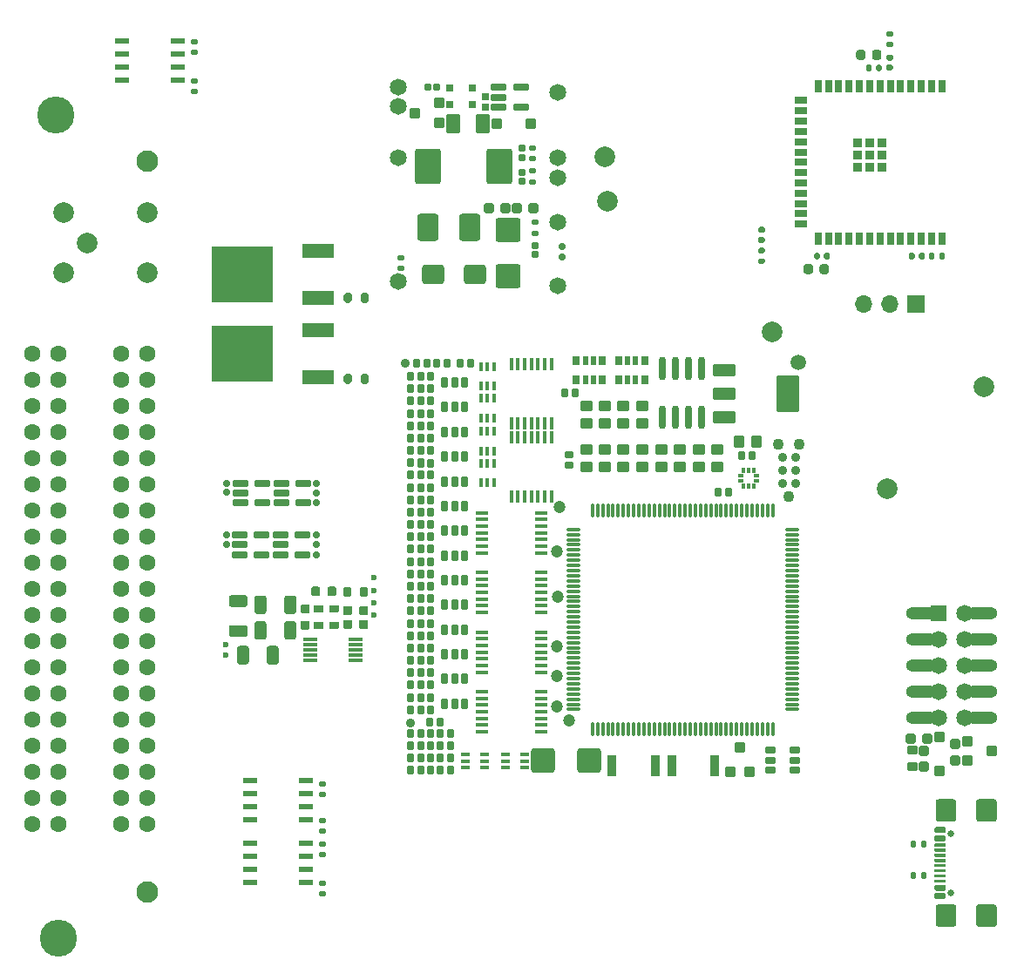
<source format=gts>
G75*
G70*
%OFA0B0*%
%FSLAX25Y25*%
%IPPOS*%
%LPD*%
%AMOC8*
5,1,8,0,0,1.08239X$1,22.5*
%
%AMM13*
21,1,0.041340,0.026770,0.000000,0.000000,0.000000*
21,1,0.029130,0.038980,0.000000,0.000000,0.000000*
1,1,0.012210,0.014570,-0.013390*
1,1,0.012210,-0.014570,-0.013390*
1,1,0.012210,-0.014570,0.013390*
1,1,0.012210,0.014570,0.013390*
%
%AMM156*
21,1,0.038980,0.026770,0.000000,-0.000000,90.000000*
21,1,0.026770,0.038980,0.000000,-0.000000,90.000000*
1,1,0.012210,0.013390,0.013390*
1,1,0.012210,0.013390,-0.013390*
1,1,0.012210,-0.013390,-0.013390*
1,1,0.012210,-0.013390,0.013390*
%
%AMM157*
21,1,0.041340,0.026770,0.000000,-0.000000,270.000000*
21,1,0.029130,0.038980,0.000000,-0.000000,270.000000*
1,1,0.012210,-0.013390,-0.014570*
1,1,0.012210,-0.013390,0.014570*
1,1,0.012210,0.013390,0.014570*
1,1,0.012210,0.013390,-0.014570*
%
%AMM158*
21,1,0.033070,0.030710,0.000000,-0.000000,270.000000*
21,1,0.022050,0.041730,0.000000,-0.000000,270.000000*
1,1,0.011020,-0.015350,-0.011020*
1,1,0.011020,-0.015350,0.011020*
1,1,0.011020,0.015350,0.011020*
1,1,0.011020,0.015350,-0.011020*
%
%AMM159*
21,1,0.040950,0.030320,0.000000,-0.000000,270.000000*
21,1,0.028350,0.042910,0.000000,-0.000000,270.000000*
1,1,0.012600,-0.015160,-0.014170*
1,1,0.012600,-0.015160,0.014170*
1,1,0.012600,0.015160,0.014170*
1,1,0.012600,0.015160,-0.014170*
%
%AMM160*
21,1,0.038980,0.026770,0.000000,-0.000000,180.000000*
21,1,0.026770,0.038980,0.000000,-0.000000,180.000000*
1,1,0.012210,-0.013390,0.013390*
1,1,0.012210,0.013390,0.013390*
1,1,0.012210,0.013390,-0.013390*
1,1,0.012210,-0.013390,-0.013390*
%
%AMM289*
21,1,0.039370,0.030320,0.000000,-0.000000,0.000000*
21,1,0.028350,0.041340,0.000000,-0.000000,0.000000*
1,1,0.011020,0.014170,-0.015160*
1,1,0.011020,-0.014170,-0.015160*
1,1,0.011020,-0.014170,0.015160*
1,1,0.011020,0.014170,0.015160*
%
%AMM290*
21,1,0.047240,0.075980,0.000000,-0.000000,270.000000*
21,1,0.034650,0.088580,0.000000,-0.000000,270.000000*
1,1,0.012600,-0.037990,-0.017320*
1,1,0.012600,-0.037990,0.017320*
1,1,0.012600,0.037990,0.017320*
1,1,0.012600,0.037990,-0.017320*
%
%AMM291*
21,1,0.047240,0.075990,0.000000,-0.000000,270.000000*
21,1,0.034650,0.088580,0.000000,-0.000000,270.000000*
1,1,0.012600,-0.037990,-0.017320*
1,1,0.012600,-0.037990,0.017320*
1,1,0.012600,0.037990,0.017320*
1,1,0.012600,0.037990,-0.017320*
%
%AMM292*
21,1,0.141730,0.067720,0.000000,-0.000000,270.000000*
21,1,0.120870,0.088580,0.000000,-0.000000,270.000000*
1,1,0.020870,-0.033860,-0.060430*
1,1,0.020870,-0.033860,0.060430*
1,1,0.020870,0.033860,0.060430*
1,1,0.020870,0.033860,-0.060430*
%
%AMM293*
21,1,0.043310,0.035430,0.000000,-0.000000,270.000000*
21,1,0.031500,0.047240,0.000000,-0.000000,270.000000*
1,1,0.011810,-0.017720,-0.015750*
1,1,0.011810,-0.017720,0.015750*
1,1,0.011810,0.017720,0.015750*
1,1,0.011810,0.017720,-0.015750*
%
%AMM294*
21,1,0.027560,0.030710,0.000000,-0.000000,90.000000*
21,1,0.018900,0.039370,0.000000,-0.000000,90.000000*
1,1,0.008660,0.015350,0.009450*
1,1,0.008660,0.015350,-0.009450*
1,1,0.008660,-0.015350,-0.009450*
1,1,0.008660,-0.015350,0.009450*
%
%AMM295*
21,1,0.031500,0.018900,0.000000,-0.000000,90.000000*
21,1,0.022840,0.027560,0.000000,-0.000000,90.000000*
1,1,0.008660,0.009450,0.011420*
1,1,0.008660,0.009450,-0.011420*
1,1,0.008660,-0.009450,-0.011420*
1,1,0.008660,-0.009450,0.011420*
%
%AMM296*
21,1,0.027560,0.030710,0.000000,-0.000000,180.000000*
21,1,0.018900,0.039370,0.000000,-0.000000,180.000000*
1,1,0.008660,-0.009450,0.015350*
1,1,0.008660,0.009450,0.015350*
1,1,0.008660,0.009450,-0.015350*
1,1,0.008660,-0.009450,-0.015350*
%
%AMM297*
21,1,0.090550,0.073230,0.000000,-0.000000,0.000000*
21,1,0.069290,0.094490,0.000000,-0.000000,0.000000*
1,1,0.021260,0.034650,-0.036610*
1,1,0.021260,-0.034650,-0.036610*
1,1,0.021260,-0.034650,0.036610*
1,1,0.021260,0.034650,0.036610*
%
%AMM298*
21,1,0.029530,0.026380,0.000000,-0.000000,0.000000*
21,1,0.020470,0.035430,0.000000,-0.000000,0.000000*
1,1,0.009060,0.010240,-0.013190*
1,1,0.009060,-0.010240,-0.013190*
1,1,0.009060,-0.010240,0.013190*
1,1,0.009060,0.010240,0.013190*
%
%AMM299*
21,1,0.021650,0.027950,0.000000,-0.000000,0.000000*
21,1,0.014170,0.035430,0.000000,-0.000000,0.000000*
1,1,0.007480,0.007090,-0.013980*
1,1,0.007480,-0.007090,-0.013980*
1,1,0.007480,-0.007090,0.013980*
1,1,0.007480,0.007090,0.013980*
%
%AMM300*
21,1,0.035430,0.072440,0.000000,-0.000000,0.000000*
21,1,0.025200,0.082680,0.000000,-0.000000,0.000000*
1,1,0.010240,0.012600,-0.036220*
1,1,0.010240,-0.012600,-0.036220*
1,1,0.010240,-0.012600,0.036220*
1,1,0.010240,0.012600,0.036220*
%
%AMM301*
21,1,0.016540,0.028980,0.000000,-0.000000,0.000000*
21,1,0.010080,0.035430,0.000000,-0.000000,0.000000*
1,1,0.006460,0.005040,-0.014490*
1,1,0.006460,-0.005040,-0.014490*
1,1,0.006460,-0.005040,0.014490*
1,1,0.006460,0.005040,0.014490*
%
%AMM302*
21,1,0.016540,0.028980,0.000000,-0.000000,90.000000*
21,1,0.010080,0.035430,0.000000,-0.000000,90.000000*
1,1,0.006460,0.014490,0.005040*
1,1,0.006460,0.014490,-0.005040*
1,1,0.006460,-0.014490,-0.005040*
1,1,0.006460,-0.014490,0.005040*
%
%AMM303*
21,1,0.043310,0.035430,0.000000,-0.000000,180.000000*
21,1,0.031500,0.047240,0.000000,-0.000000,180.000000*
1,1,0.011810,-0.015750,0.017720*
1,1,0.011810,0.015750,0.017720*
1,1,0.011810,0.015750,-0.017720*
1,1,0.011810,-0.015750,-0.017720*
%
%AMM304*
21,1,0.031500,0.018900,0.000000,-0.000000,0.000000*
21,1,0.022840,0.027560,0.000000,-0.000000,0.000000*
1,1,0.008660,0.011420,-0.009450*
1,1,0.008660,-0.011420,-0.009450*
1,1,0.008660,-0.011420,0.009450*
1,1,0.008660,0.011420,0.009450*
%
%AMM33*
21,1,0.092130,0.073230,0.000000,0.000000,270.000000*
21,1,0.069290,0.096060,0.000000,0.000000,270.000000*
1,1,0.022840,-0.036610,-0.034650*
1,1,0.022840,-0.036610,0.034650*
1,1,0.022840,0.036610,0.034650*
1,1,0.022840,0.036610,-0.034650*
%
%AMM34*
21,1,0.100000,0.111020,0.000000,0.000000,0.000000*
21,1,0.075590,0.135430,0.000000,0.000000,0.000000*
1,1,0.024410,0.037800,-0.055510*
1,1,0.024410,-0.037800,-0.055510*
1,1,0.024410,-0.037800,0.055510*
1,1,0.024410,0.037800,0.055510*
%
%AMM35*
21,1,0.080320,0.083460,0.000000,0.000000,0.000000*
21,1,0.059840,0.103940,0.000000,0.000000,0.000000*
1,1,0.020470,0.029920,-0.041730*
1,1,0.020470,-0.029920,-0.041730*
1,1,0.020470,-0.029920,0.041730*
1,1,0.020470,0.029920,0.041730*
%
%AMM36*
21,1,0.084250,0.053540,0.000000,0.000000,180.000000*
21,1,0.065350,0.072440,0.000000,0.000000,180.000000*
1,1,0.018900,-0.032680,0.026770*
1,1,0.018900,0.032680,0.026770*
1,1,0.018900,0.032680,-0.026770*
1,1,0.018900,-0.032680,-0.026770*
%
%AMM37*
21,1,0.040950,0.030320,0.000000,0.000000,90.000000*
21,1,0.028350,0.042910,0.000000,0.000000,90.000000*
1,1,0.012600,0.015160,0.014170*
1,1,0.012600,0.015160,-0.014170*
1,1,0.012600,-0.015160,-0.014170*
1,1,0.012600,-0.015160,0.014170*
%
%AMM38*
21,1,0.027170,0.052760,0.000000,0.000000,270.000000*
21,1,0.017320,0.062600,0.000000,0.000000,270.000000*
1,1,0.009840,-0.026380,-0.008660*
1,1,0.009840,-0.026380,0.008660*
1,1,0.009840,0.026380,0.008660*
1,1,0.009840,0.026380,-0.008660*
%
%AMM39*
21,1,0.076380,0.036220,0.000000,0.000000,90.000000*
21,1,0.061810,0.050790,0.000000,0.000000,90.000000*
1,1,0.014570,0.018110,0.030910*
1,1,0.014570,0.018110,-0.030910*
1,1,0.014570,-0.018110,-0.030910*
1,1,0.014570,-0.018110,0.030910*
%
%AMM40*
21,1,0.038980,0.026770,0.000000,0.000000,0.000000*
21,1,0.026770,0.038980,0.000000,0.000000,0.000000*
1,1,0.012210,0.013390,-0.013390*
1,1,0.012210,-0.013390,-0.013390*
1,1,0.012210,-0.013390,0.013390*
1,1,0.012210,0.013390,0.013390*
%
%AMM41*
21,1,0.021260,0.016540,0.000000,0.000000,270.000000*
21,1,0.012600,0.025200,0.000000,0.000000,270.000000*
1,1,0.008660,-0.008270,-0.006300*
1,1,0.008660,-0.008270,0.006300*
1,1,0.008660,0.008270,0.006300*
1,1,0.008660,0.008270,-0.006300*
%
%AMM42*
21,1,0.029130,0.018900,0.000000,0.000000,90.000000*
21,1,0.018900,0.029130,0.000000,0.000000,90.000000*
1,1,0.010240,0.009450,0.009450*
1,1,0.010240,0.009450,-0.009450*
1,1,0.010240,-0.009450,-0.009450*
1,1,0.010240,-0.009450,0.009450*
%
%AMM43*
21,1,0.025200,0.019680,0.000000,0.000000,0.000000*
21,1,0.015750,0.029130,0.000000,0.000000,0.000000*
1,1,0.009450,0.007870,-0.009840*
1,1,0.009450,-0.007870,-0.009840*
1,1,0.009450,-0.007870,0.009840*
1,1,0.009450,0.007870,0.009840*
%
%AMM44*
21,1,0.025200,0.019680,0.000000,0.000000,270.000000*
21,1,0.015750,0.029130,0.000000,0.000000,270.000000*
1,1,0.009450,-0.009840,-0.007870*
1,1,0.009450,-0.009840,0.007870*
1,1,0.009450,0.009840,0.007870*
1,1,0.009450,0.009840,-0.007870*
%
%ADD10C,0.02362*%
%ADD109M33*%
%ADD110M34*%
%ADD111M35*%
%ADD112M36*%
%ADD113M37*%
%ADD114M38*%
%ADD115M39*%
%ADD116M40*%
%ADD117M41*%
%ADD118M42*%
%ADD119M43*%
%ADD120M44*%
%ADD121C,0.02913*%
%ADD171O,0.01260X0.05512*%
%ADD172O,0.05512X0.01260*%
%ADD179C,0.03494*%
%ADD183C,0.03543*%
%ADD187O,0.01575X0.04724*%
%ADD188O,0.04724X0.01575*%
%ADD192R,0.01870X0.01772*%
%ADD193R,0.01772X0.01870*%
%ADD196C,0.04294*%
%ADD197C,0.04724*%
%ADD23R,0.12000X0.05500*%
%ADD233R,0.05512X0.01181*%
%ADD24R,0.23300X0.21700*%
%ADD248O,0.11772X0.04567*%
%ADD289M156*%
%ADD290M157*%
%ADD291M158*%
%ADD292M159*%
%ADD293M160*%
%ADD30C,0.05906*%
%ADD328O,0.02756X0.09055*%
%ADD40C,0.07874*%
%ADD41R,0.02800X0.05100*%
%ADD42R,0.05100X0.02800*%
%ADD43R,0.03500X0.03500*%
%ADD431M289*%
%ADD432M290*%
%ADD433M291*%
%ADD434M292*%
%ADD435M293*%
%ADD436M294*%
%ADD437M295*%
%ADD438M296*%
%ADD439M297*%
%ADD44R,0.06693X0.06693*%
%ADD440M298*%
%ADD441M299*%
%ADD442M300*%
%ADD443M301*%
%ADD444M302*%
%ADD445M303*%
%ADD446M304*%
%ADD45O,0.06693X0.06693*%
%ADD46R,0.05750X0.02100*%
%ADD49C,0.06299*%
%ADD54C,0.02559*%
%ADD55C,0.14173*%
%ADD56C,0.08268*%
%ADD80M13*%
%ADD84C,0.06457*%
%ADD85R,0.06457X0.06457*%
X0000000Y0000000D02*
%LPD*%
G01*
G36*
G01*
X0368071Y0074728D02*
X0368071Y0073272D01*
G75*
G02*
X0367539Y0072740I-000531J0000000D01*
G01*
X0366476Y0072740D01*
G75*
G02*
X0365945Y0073272I0000000J0000531D01*
G01*
X0365945Y0074728D01*
G75*
G02*
X0366476Y0075260I0000531J0000000D01*
G01*
X0367539Y0075260D01*
G75*
G02*
X0368071Y0074728I0000000J-000531D01*
G01*
G37*
G36*
G01*
X0364055Y0074728D02*
X0364055Y0073272D01*
G75*
G02*
X0363524Y0072740I-000531J0000000D01*
G01*
X0362461Y0072740D01*
G75*
G02*
X0361929Y0073272I0000000J0000531D01*
G01*
X0361929Y0074728D01*
G75*
G02*
X0362461Y0075260I0000531J0000000D01*
G01*
X0363524Y0075260D01*
G75*
G02*
X0364055Y0074728I0000000J-000531D01*
G01*
G37*
G36*
G01*
X0341228Y0387016D02*
X0341228Y0388984D01*
G75*
G02*
X0342114Y0389870I0000886J0000000D01*
G01*
X0343886Y0389870D01*
G75*
G02*
X0344772Y0388984I0000000J-000886D01*
G01*
X0344772Y0387016D01*
G75*
G02*
X0343886Y0386130I-000886J0000000D01*
G01*
X0342114Y0386130D01*
G75*
G02*
X0341228Y0387016I0000000J0000886D01*
G01*
G37*
G36*
G01*
X0347331Y0387016D02*
X0347331Y0388984D01*
G75*
G02*
X0348217Y0389870I0000886J0000000D01*
G01*
X0349988Y0389870D01*
G75*
G02*
X0350874Y0388984I0000000J-000886D01*
G01*
X0350874Y0387016D01*
G75*
G02*
X0349988Y0386130I-000886J0000000D01*
G01*
X0348217Y0386130D01*
G75*
G02*
X0347331Y0387016I0000000J0000886D01*
G01*
G37*
G36*
G01*
X0136272Y0072071D02*
X0137728Y0072071D01*
G75*
G02*
X0138260Y0071539I0000000J-000531D01*
G01*
X0138260Y0070476D01*
G75*
G02*
X0137728Y0069945I-000531J0000000D01*
G01*
X0136272Y0069945D01*
G75*
G02*
X0135740Y0070476I0000000J0000531D01*
G01*
X0135740Y0071539D01*
G75*
G02*
X0136272Y0072071I0000531J0000000D01*
G01*
G37*
G36*
G01*
X0136272Y0068055D02*
X0137728Y0068055D01*
G75*
G02*
X0138260Y0067524I0000000J-000531D01*
G01*
X0138260Y0066461D01*
G75*
G02*
X0137728Y0065929I-000531J0000000D01*
G01*
X0136272Y0065929D01*
G75*
G02*
X0135740Y0066461I0000000J0000531D01*
G01*
X0135740Y0067524D01*
G75*
G02*
X0136272Y0068055I0000531J0000000D01*
G01*
G37*
G36*
G01*
X0304272Y0314154D02*
X0305728Y0314154D01*
G75*
G02*
X0306260Y0313622I0000000J-000531D01*
G01*
X0306260Y0312559D01*
G75*
G02*
X0305728Y0312028I-000531J0000000D01*
G01*
X0304272Y0312028D01*
G75*
G02*
X0303740Y0312559I0000000J0000531D01*
G01*
X0303740Y0313622D01*
G75*
G02*
X0304272Y0314154I0000531J0000000D01*
G01*
G37*
G36*
G01*
X0304272Y0310138D02*
X0305728Y0310138D01*
G75*
G02*
X0306260Y0309606I0000000J-000531D01*
G01*
X0306260Y0308543D01*
G75*
G02*
X0305728Y0308012I-000531J0000000D01*
G01*
X0304272Y0308012D01*
G75*
G02*
X0303740Y0308543I0000000J0000531D01*
G01*
X0303740Y0309606D01*
G75*
G02*
X0304272Y0310138I0000531J0000000D01*
G01*
G37*
G36*
G01*
X0368063Y0086728D02*
X0368063Y0085272D01*
G75*
G02*
X0367531Y0084740I-000531J0000000D01*
G01*
X0366469Y0084740D01*
G75*
G02*
X0365937Y0085272I0000000J0000531D01*
G01*
X0365937Y0086728D01*
G75*
G02*
X0366469Y0087260I0000531J0000000D01*
G01*
X0367531Y0087260D01*
G75*
G02*
X0368063Y0086728I0000000J-000531D01*
G01*
G37*
G36*
G01*
X0364047Y0086728D02*
X0364047Y0085272D01*
G75*
G02*
X0363516Y0084740I-000531J0000000D01*
G01*
X0362453Y0084740D01*
G75*
G02*
X0361921Y0085272I0000000J0000531D01*
G01*
X0361921Y0086728D01*
G75*
G02*
X0362453Y0087260I0000531J0000000D01*
G01*
X0363516Y0087260D01*
G75*
G02*
X0364047Y0086728I0000000J-000531D01*
G01*
G37*
D23*
X0135410Y0294921D03*
D24*
X0106460Y0303937D03*
D23*
X0135410Y0312953D03*
G36*
G01*
X0361303Y0310321D02*
X0361303Y0311679D01*
G75*
G02*
X0361884Y0312260I0000581J0000000D01*
G01*
X0363045Y0312260D01*
G75*
G02*
X0363626Y0311679I0000000J-000581D01*
G01*
X0363626Y0310321D01*
G75*
G02*
X0363045Y0309740I-000581J0000000D01*
G01*
X0361884Y0309740D01*
G75*
G02*
X0361303Y0310321I0000000J0000581D01*
G01*
G37*
G36*
G01*
X0365122Y0310321D02*
X0365122Y0311679D01*
G75*
G02*
X0365703Y0312260I0000581J0000000D01*
G01*
X0366864Y0312260D01*
G75*
G02*
X0367445Y0311679I0000000J-000581D01*
G01*
X0367445Y0310321D01*
G75*
G02*
X0366864Y0309740I-000581J0000000D01*
G01*
X0365703Y0309740D01*
G75*
G02*
X0365122Y0310321I0000000J0000581D01*
G01*
G37*
D10*
X0156839Y0178366D03*
X0156839Y0173642D03*
X0156839Y0183091D03*
X0156839Y0187815D03*
X0100047Y0162382D03*
X0100047Y0158445D03*
G36*
G01*
X0325118Y0310331D02*
X0325118Y0311669D01*
G75*
G02*
X0325669Y0312220I0000551J0000000D01*
G01*
X0326772Y0312220D01*
G75*
G02*
X0327323Y0311669I0000000J-000551D01*
G01*
X0327323Y0310331D01*
G75*
G02*
X0326772Y0309780I-000551J0000000D01*
G01*
X0325669Y0309780D01*
G75*
G02*
X0325118Y0310331I0000000J0000551D01*
G01*
G37*
G36*
G01*
X0328898Y0310331D02*
X0328898Y0311669D01*
G75*
G02*
X0329449Y0312220I0000551J0000000D01*
G01*
X0330551Y0312220D01*
G75*
G02*
X0331102Y0311669I0000000J-000551D01*
G01*
X0331102Y0310331D01*
G75*
G02*
X0330551Y0309780I-000551J0000000D01*
G01*
X0329449Y0309780D01*
G75*
G02*
X0328898Y0310331I0000000J0000551D01*
G01*
G37*
G36*
G01*
X0154823Y0265083D02*
X0154823Y0262917D01*
G75*
G02*
X0154035Y0262130I-000787J0000000D01*
G01*
X0152461Y0262130D01*
G75*
G02*
X0151673Y0262917I0000000J0000787D01*
G01*
X0151673Y0265083D01*
G75*
G02*
X0152461Y0265870I0000787J0000000D01*
G01*
X0154035Y0265870D01*
G75*
G02*
X0154823Y0265083I0000000J-000787D01*
G01*
G37*
G36*
G01*
X0148327Y0265083D02*
X0148327Y0262917D01*
G75*
G02*
X0147539Y0262130I-000787J0000000D01*
G01*
X0145965Y0262130D01*
G75*
G02*
X0145177Y0262917I0000000J0000787D01*
G01*
X0145177Y0265083D01*
G75*
G02*
X0145965Y0265870I0000787J0000000D01*
G01*
X0147539Y0265870D01*
G75*
G02*
X0148327Y0265083I0000000J-000787D01*
G01*
G37*
G36*
G01*
X0304321Y0322161D02*
X0305679Y0322161D01*
G75*
G02*
X0306260Y0321581I0000000J-000581D01*
G01*
X0306260Y0320419D01*
G75*
G02*
X0305679Y0319839I-000581J0000000D01*
G01*
X0304321Y0319839D01*
G75*
G02*
X0303740Y0320419I0000000J0000581D01*
G01*
X0303740Y0321581D01*
G75*
G02*
X0304321Y0322161I0000581J0000000D01*
G01*
G37*
G36*
G01*
X0304321Y0318343D02*
X0305679Y0318343D01*
G75*
G02*
X0306260Y0317762I0000000J-000581D01*
G01*
X0306260Y0316600D01*
G75*
G02*
X0305679Y0316020I-000581J0000000D01*
G01*
X0304321Y0316020D01*
G75*
G02*
X0303740Y0316600I0000000J0000581D01*
G01*
X0303740Y0317762D01*
G75*
G02*
X0304321Y0318343I0000581J0000000D01*
G01*
G37*
G36*
G01*
X0354679Y0381929D02*
X0353321Y0381929D01*
G75*
G02*
X0352740Y0382510I0000000J0000581D01*
G01*
X0352740Y0383671D01*
G75*
G02*
X0353321Y0384252I0000581J0000000D01*
G01*
X0354679Y0384252D01*
G75*
G02*
X0355260Y0383671I0000000J-000581D01*
G01*
X0355260Y0382510D01*
G75*
G02*
X0354679Y0381929I-000581J0000000D01*
G01*
G37*
G36*
G01*
X0354679Y0385748D02*
X0353321Y0385748D01*
G75*
G02*
X0352740Y0386329I0000000J0000581D01*
G01*
X0352740Y0387490D01*
G75*
G02*
X0353321Y0388071I0000581J0000000D01*
G01*
X0354679Y0388071D01*
G75*
G02*
X0355260Y0387490I0000000J-000581D01*
G01*
X0355260Y0386329D01*
G75*
G02*
X0354679Y0385748I-000581J0000000D01*
G01*
G37*
D23*
X0135410Y0264606D03*
D24*
X0106460Y0273622D03*
D23*
X0135410Y0282638D03*
D30*
X0227004Y0373713D03*
X0227004Y0348516D03*
X0227004Y0341035D03*
X0227004Y0324106D03*
D10*
X0228776Y0314657D03*
X0228776Y0310720D03*
D30*
X0227004Y0299500D03*
X0165980Y0375484D03*
X0165980Y0368201D03*
X0165980Y0348713D03*
X0165980Y0301272D03*
G36*
G01*
X0154823Y0296083D02*
X0154823Y0293917D01*
G75*
G02*
X0154035Y0293130I-000787J0000000D01*
G01*
X0152461Y0293130D01*
G75*
G02*
X0151673Y0293917I0000000J0000787D01*
G01*
X0151673Y0296083D01*
G75*
G02*
X0152461Y0296870I0000787J0000000D01*
G01*
X0154035Y0296870D01*
G75*
G02*
X0154823Y0296083I0000000J-000787D01*
G01*
G37*
G36*
G01*
X0148327Y0296083D02*
X0148327Y0293917D01*
G75*
G02*
X0147539Y0293130I-000787J0000000D01*
G01*
X0145965Y0293130D01*
G75*
G02*
X0145177Y0293917I0000000J0000787D01*
G01*
X0145177Y0296083D01*
G75*
G02*
X0145965Y0296870I0000787J0000000D01*
G01*
X0147539Y0296870D01*
G75*
G02*
X0148327Y0296083I0000000J-000787D01*
G01*
G37*
D40*
X0353000Y0222000D03*
D41*
X0373937Y0376000D03*
X0370000Y0376000D03*
X0366063Y0376000D03*
X0362126Y0376000D03*
X0358189Y0376000D03*
X0354252Y0376000D03*
X0350315Y0376000D03*
X0346378Y0376000D03*
X0342441Y0376000D03*
X0338504Y0376000D03*
X0334567Y0376000D03*
X0330630Y0376000D03*
X0326693Y0376000D03*
D42*
X0320197Y0370488D03*
X0320197Y0366551D03*
X0320197Y0362614D03*
X0320197Y0358677D03*
X0320197Y0354740D03*
X0320197Y0350803D03*
X0320197Y0346866D03*
X0320197Y0342929D03*
X0320197Y0338992D03*
X0320197Y0335055D03*
X0320197Y0331118D03*
X0320197Y0327181D03*
X0320197Y0323244D03*
D41*
X0326693Y0317732D03*
X0330630Y0317732D03*
X0334567Y0317732D03*
X0338504Y0317732D03*
X0342441Y0317732D03*
X0346378Y0317732D03*
X0350315Y0317732D03*
X0354252Y0317732D03*
X0358189Y0317732D03*
X0362126Y0317732D03*
X0366063Y0317732D03*
X0370000Y0317732D03*
X0373937Y0317732D03*
D43*
X0351102Y0354268D03*
X0351102Y0349543D03*
X0351102Y0344819D03*
X0346378Y0354268D03*
X0346378Y0349543D03*
X0346378Y0344819D03*
X0341654Y0354268D03*
X0341654Y0349543D03*
X0341654Y0344819D03*
D40*
X0245000Y0349000D03*
D44*
X0363941Y0292480D03*
D45*
X0353941Y0292480D03*
X0343941Y0292480D03*
D46*
X0130804Y0095236D03*
X0130804Y0100236D03*
X0130804Y0105236D03*
X0130804Y0110236D03*
X0109354Y0110236D03*
X0109354Y0105236D03*
X0109354Y0100236D03*
X0109354Y0095236D03*
G36*
G01*
X0345008Y0382331D02*
X0345008Y0383669D01*
G75*
G02*
X0345559Y0384220I0000551J0000000D01*
G01*
X0346661Y0384220D01*
G75*
G02*
X0347213Y0383669I0000000J-000551D01*
G01*
X0347213Y0382331D01*
G75*
G02*
X0346661Y0381780I-000551J0000000D01*
G01*
X0345559Y0381780D01*
G75*
G02*
X0345008Y0382331I0000000J0000551D01*
G01*
G37*
G36*
G01*
X0348787Y0382331D02*
X0348787Y0383669D01*
G75*
G02*
X0349339Y0384220I0000551J0000000D01*
G01*
X0350441Y0384220D01*
G75*
G02*
X0350992Y0383669I0000000J-000551D01*
G01*
X0350992Y0382331D01*
G75*
G02*
X0350441Y0381780I-000551J0000000D01*
G01*
X0349339Y0381780D01*
G75*
G02*
X0348787Y0382331I0000000J0000551D01*
G01*
G37*
D40*
X0245947Y0331947D03*
G36*
G01*
X0087272Y0379071D02*
X0088728Y0379071D01*
G75*
G02*
X0089260Y0378539I0000000J-000531D01*
G01*
X0089260Y0377476D01*
G75*
G02*
X0088728Y0376945I-000531J0000000D01*
G01*
X0087272Y0376945D01*
G75*
G02*
X0086740Y0377476I0000000J0000531D01*
G01*
X0086740Y0378539D01*
G75*
G02*
X0087272Y0379071I0000531J0000000D01*
G01*
G37*
G36*
G01*
X0087272Y0375055D02*
X0088728Y0375055D01*
G75*
G02*
X0089260Y0374524I0000000J-000531D01*
G01*
X0089260Y0373461D01*
G75*
G02*
X0088728Y0372929I-000531J0000000D01*
G01*
X0087272Y0372929D01*
G75*
G02*
X0086740Y0373461I0000000J0000531D01*
G01*
X0086740Y0374524D01*
G75*
G02*
X0087272Y0375055I0000531J0000000D01*
G01*
G37*
D10*
X0134618Y0204232D03*
X0134618Y0200492D03*
X0134618Y0196752D03*
X0100366Y0200689D03*
X0100366Y0204232D03*
D54*
X0377539Y0067362D03*
X0377539Y0090118D03*
G36*
G01*
X0374980Y0064961D02*
X0371634Y0064961D01*
G75*
G02*
X0371043Y0065551I0000000J0000591D01*
G01*
X0371043Y0066732D01*
G75*
G02*
X0371634Y0067323I0000591J0000000D01*
G01*
X0374980Y0067323D01*
G75*
G02*
X0375571Y0066732I0000000J-000591D01*
G01*
X0375571Y0065551D01*
G75*
G02*
X0374980Y0064961I-000591J0000000D01*
G01*
G37*
G36*
G01*
X0374980Y0068110D02*
X0371634Y0068110D01*
G75*
G02*
X0371043Y0068701I0000000J0000591D01*
G01*
X0371043Y0069882D01*
G75*
G02*
X0371634Y0070472I0000591J0000000D01*
G01*
X0374980Y0070472D01*
G75*
G02*
X0375571Y0069882I0000000J-000591D01*
G01*
X0375571Y0068701D01*
G75*
G02*
X0374980Y0068110I-000591J0000000D01*
G01*
G37*
G36*
G01*
X0375276Y0073228D02*
X0371339Y0073228D01*
G75*
G02*
X0371043Y0073524I0000000J0000295D01*
G01*
X0371043Y0074114D01*
G75*
G02*
X0371339Y0074409I0000295J0000000D01*
G01*
X0375276Y0074409D01*
G75*
G02*
X0375571Y0074114I0000000J-000295D01*
G01*
X0375571Y0073524D01*
G75*
G02*
X0375276Y0073228I-000295J0000000D01*
G01*
G37*
G36*
G01*
X0375276Y0077165D02*
X0371339Y0077165D01*
G75*
G02*
X0371043Y0077461I0000000J0000295D01*
G01*
X0371043Y0078051D01*
G75*
G02*
X0371339Y0078346I0000295J0000000D01*
G01*
X0375276Y0078346D01*
G75*
G02*
X0375571Y0078051I0000000J-000295D01*
G01*
X0375571Y0077461D01*
G75*
G02*
X0375276Y0077165I-000295J0000000D01*
G01*
G37*
G36*
G01*
X0375276Y0079134D02*
X0371339Y0079134D01*
G75*
G02*
X0371043Y0079429I0000000J0000295D01*
G01*
X0371043Y0080020D01*
G75*
G02*
X0371339Y0080315I0000295J0000000D01*
G01*
X0375276Y0080315D01*
G75*
G02*
X0375571Y0080020I0000000J-000295D01*
G01*
X0375571Y0079429D01*
G75*
G02*
X0375276Y0079134I-000295J0000000D01*
G01*
G37*
G36*
G01*
X0375276Y0083071D02*
X0371339Y0083071D01*
G75*
G02*
X0371043Y0083366I0000000J0000295D01*
G01*
X0371043Y0083957D01*
G75*
G02*
X0371339Y0084252I0000295J0000000D01*
G01*
X0375276Y0084252D01*
G75*
G02*
X0375571Y0083957I0000000J-000295D01*
G01*
X0375571Y0083366D01*
G75*
G02*
X0375276Y0083071I-000295J0000000D01*
G01*
G37*
G36*
G01*
X0374980Y0087008D02*
X0371634Y0087008D01*
G75*
G02*
X0371043Y0087598I0000000J0000591D01*
G01*
X0371043Y0088780D01*
G75*
G02*
X0371634Y0089370I0000591J0000000D01*
G01*
X0374980Y0089370D01*
G75*
G02*
X0375571Y0088780I0000000J-000591D01*
G01*
X0375571Y0087598D01*
G75*
G02*
X0374980Y0087008I-000591J0000000D01*
G01*
G37*
G36*
G01*
X0374980Y0090157D02*
X0371634Y0090157D01*
G75*
G02*
X0371043Y0090748I0000000J0000591D01*
G01*
X0371043Y0091929D01*
G75*
G02*
X0371634Y0092520I0000591J0000000D01*
G01*
X0374980Y0092520D01*
G75*
G02*
X0375571Y0091929I0000000J-000591D01*
G01*
X0375571Y0090748D01*
G75*
G02*
X0374980Y0090157I-000591J0000000D01*
G01*
G37*
G36*
G01*
X0374980Y0090157D02*
X0371634Y0090157D01*
G75*
G02*
X0371043Y0090748I0000000J0000591D01*
G01*
X0371043Y0091929D01*
G75*
G02*
X0371634Y0092520I0000591J0000000D01*
G01*
X0374980Y0092520D01*
G75*
G02*
X0375571Y0091929I0000000J-000591D01*
G01*
X0375571Y0090748D01*
G75*
G02*
X0374980Y0090157I-000591J0000000D01*
G01*
G37*
G36*
G01*
X0374980Y0087008D02*
X0371634Y0087008D01*
G75*
G02*
X0371043Y0087598I0000000J0000591D01*
G01*
X0371043Y0088780D01*
G75*
G02*
X0371634Y0089370I0000591J0000000D01*
G01*
X0374980Y0089370D01*
G75*
G02*
X0375571Y0088780I0000000J-000591D01*
G01*
X0375571Y0087598D01*
G75*
G02*
X0374980Y0087008I-000591J0000000D01*
G01*
G37*
G36*
G01*
X0375276Y0085039D02*
X0371339Y0085039D01*
G75*
G02*
X0371043Y0085335I0000000J0000295D01*
G01*
X0371043Y0085925D01*
G75*
G02*
X0371339Y0086220I0000295J0000000D01*
G01*
X0375276Y0086220D01*
G75*
G02*
X0375571Y0085925I0000000J-000295D01*
G01*
X0375571Y0085335D01*
G75*
G02*
X0375276Y0085039I-000295J0000000D01*
G01*
G37*
G36*
G01*
X0375276Y0081102D02*
X0371339Y0081102D01*
G75*
G02*
X0371043Y0081398I0000000J0000295D01*
G01*
X0371043Y0081988D01*
G75*
G02*
X0371339Y0082283I0000295J0000000D01*
G01*
X0375276Y0082283D01*
G75*
G02*
X0375571Y0081988I0000000J-000295D01*
G01*
X0375571Y0081398D01*
G75*
G02*
X0375276Y0081102I-000295J0000000D01*
G01*
G37*
G36*
G01*
X0375276Y0075197D02*
X0371339Y0075197D01*
G75*
G02*
X0371043Y0075492I0000000J0000295D01*
G01*
X0371043Y0076083D01*
G75*
G02*
X0371339Y0076378I0000295J0000000D01*
G01*
X0375276Y0076378D01*
G75*
G02*
X0375571Y0076083I0000000J-000295D01*
G01*
X0375571Y0075492D01*
G75*
G02*
X0375276Y0075197I-000295J0000000D01*
G01*
G37*
G36*
G01*
X0375276Y0071260D02*
X0371339Y0071260D01*
G75*
G02*
X0371043Y0071555I0000000J0000295D01*
G01*
X0371043Y0072146D01*
G75*
G02*
X0371339Y0072441I0000295J0000000D01*
G01*
X0375276Y0072441D01*
G75*
G02*
X0375571Y0072146I0000000J-000295D01*
G01*
X0375571Y0071555D01*
G75*
G02*
X0375276Y0071260I-000295J0000000D01*
G01*
G37*
G36*
G01*
X0374980Y0068110D02*
X0371634Y0068110D01*
G75*
G02*
X0371043Y0068701I0000000J0000591D01*
G01*
X0371043Y0069882D01*
G75*
G02*
X0371634Y0070472I0000591J0000000D01*
G01*
X0374980Y0070472D01*
G75*
G02*
X0375571Y0069882I0000000J-000591D01*
G01*
X0375571Y0068701D01*
G75*
G02*
X0374980Y0068110I-000591J0000000D01*
G01*
G37*
G36*
G01*
X0374980Y0064961D02*
X0371634Y0064961D01*
G75*
G02*
X0371043Y0065551I0000000J0000591D01*
G01*
X0371043Y0066732D01*
G75*
G02*
X0371634Y0067323I0000591J0000000D01*
G01*
X0374980Y0067323D01*
G75*
G02*
X0375571Y0066732I0000000J-000591D01*
G01*
X0375571Y0065551D01*
G75*
G02*
X0374980Y0064961I-000591J0000000D01*
G01*
G37*
G36*
G01*
X0378524Y0054331D02*
X0372618Y0054331D01*
G75*
G02*
X0371634Y0055315I0000000J0000984D01*
G01*
X0371634Y0061929D01*
G75*
G02*
X0372618Y0062913I0000984J0000000D01*
G01*
X0378524Y0062913D01*
G75*
G02*
X0379508Y0061929I0000000J-000984D01*
G01*
X0379508Y0055315D01*
G75*
G02*
X0378524Y0054331I-000984J0000000D01*
G01*
G37*
G36*
G01*
X0393996Y0054331D02*
X0388091Y0054331D01*
G75*
G02*
X0387106Y0055315I0000000J0000984D01*
G01*
X0387106Y0061929D01*
G75*
G02*
X0388091Y0062913I0000984J0000000D01*
G01*
X0393996Y0062913D01*
G75*
G02*
X0394980Y0061929I0000000J-000984D01*
G01*
X0394980Y0055315D01*
G75*
G02*
X0393996Y0054331I-000984J0000000D01*
G01*
G37*
G36*
G01*
X0378524Y0094567D02*
X0372618Y0094567D01*
G75*
G02*
X0371634Y0095551I0000000J0000984D01*
G01*
X0371634Y0102165D01*
G75*
G02*
X0372618Y0103150I0000984J0000000D01*
G01*
X0378524Y0103150D01*
G75*
G02*
X0379508Y0102165I0000000J-000984D01*
G01*
X0379508Y0095551D01*
G75*
G02*
X0378524Y0094567I-000984J0000000D01*
G01*
G37*
G36*
G01*
X0393996Y0094567D02*
X0388091Y0094567D01*
G75*
G02*
X0387106Y0095551I0000000J0000984D01*
G01*
X0387106Y0102165D01*
G75*
G02*
X0388091Y0103150I0000984J0000000D01*
G01*
X0393996Y0103150D01*
G75*
G02*
X0394980Y0102165I0000000J-000984D01*
G01*
X0394980Y0095551D01*
G75*
G02*
X0393996Y0094567I-000984J0000000D01*
G01*
G37*
D46*
X0130804Y0071240D03*
X0130804Y0076240D03*
X0130804Y0081240D03*
X0130804Y0086240D03*
X0109354Y0086240D03*
X0109354Y0081240D03*
X0109354Y0076240D03*
X0109354Y0071240D03*
G36*
G01*
X0321126Y0305016D02*
X0321126Y0306984D01*
G75*
G02*
X0322012Y0307870I0000886J0000000D01*
G01*
X0323783Y0307870D01*
G75*
G02*
X0324669Y0306984I0000000J-000886D01*
G01*
X0324669Y0305016D01*
G75*
G02*
X0323783Y0304130I-000886J0000000D01*
G01*
X0322012Y0304130D01*
G75*
G02*
X0321126Y0305016I0000000J0000886D01*
G01*
G37*
G36*
G01*
X0327228Y0305016D02*
X0327228Y0306984D01*
G75*
G02*
X0328114Y0307870I0000886J0000000D01*
G01*
X0329886Y0307870D01*
G75*
G02*
X0330772Y0306984I0000000J-000886D01*
G01*
X0330772Y0305016D01*
G75*
G02*
X0329886Y0304130I-000886J0000000D01*
G01*
X0328114Y0304130D01*
G75*
G02*
X0327228Y0305016I0000000J0000886D01*
G01*
G37*
G36*
G01*
X0375079Y0311728D02*
X0375079Y0310272D01*
G75*
G02*
X0374547Y0309740I-000531J0000000D01*
G01*
X0373484Y0309740D01*
G75*
G02*
X0372953Y0310272I0000000J0000531D01*
G01*
X0372953Y0311728D01*
G75*
G02*
X0373484Y0312260I0000531J0000000D01*
G01*
X0374547Y0312260D01*
G75*
G02*
X0375079Y0311728I0000000J-000531D01*
G01*
G37*
G36*
G01*
X0371063Y0311728D02*
X0371063Y0310272D01*
G75*
G02*
X0370531Y0309740I-000531J0000000D01*
G01*
X0369469Y0309740D01*
G75*
G02*
X0368937Y0310272I0000000J0000531D01*
G01*
X0368937Y0311728D01*
G75*
G02*
X0369469Y0312260I0000531J0000000D01*
G01*
X0370531Y0312260D01*
G75*
G02*
X0371063Y0311728I0000000J-000531D01*
G01*
G37*
D10*
X0134815Y0224134D03*
X0134815Y0220394D03*
X0134815Y0216654D03*
X0100563Y0220591D03*
X0100563Y0224134D03*
D55*
X0035039Y0364961D03*
D56*
X0070079Y0347244D03*
X0070079Y0067717D03*
D55*
X0036220Y0050000D03*
D40*
X0038031Y0327559D03*
X0038031Y0304724D03*
X0047205Y0316142D03*
X0070039Y0327559D03*
X0070039Y0304724D03*
D49*
X0070039Y0093622D03*
X0070039Y0103622D03*
X0070039Y0113622D03*
X0070039Y0123622D03*
X0070039Y0133622D03*
X0070039Y0143622D03*
X0070039Y0153622D03*
X0070039Y0163622D03*
X0070039Y0173622D03*
X0070039Y0183622D03*
X0070039Y0193622D03*
X0070039Y0203622D03*
X0070039Y0213622D03*
X0070039Y0223622D03*
X0070039Y0233622D03*
X0070039Y0243622D03*
X0070039Y0253622D03*
X0070039Y0263622D03*
X0070039Y0273622D03*
X0060039Y0093622D03*
X0060039Y0103622D03*
X0060039Y0113622D03*
X0060039Y0123622D03*
X0060039Y0133622D03*
X0060039Y0143622D03*
X0060039Y0153622D03*
X0060039Y0163622D03*
X0060039Y0173622D03*
X0060039Y0183622D03*
X0060039Y0193622D03*
X0060039Y0203622D03*
X0060039Y0213622D03*
X0060039Y0223622D03*
X0060039Y0233622D03*
X0060039Y0243622D03*
X0060039Y0253622D03*
X0060039Y0263622D03*
X0060039Y0273622D03*
X0036220Y0093622D03*
X0036220Y0103622D03*
X0036220Y0113622D03*
X0036220Y0123622D03*
X0036220Y0133622D03*
X0036220Y0143622D03*
X0036220Y0153622D03*
X0036220Y0163622D03*
X0036220Y0173622D03*
X0036220Y0183622D03*
X0036220Y0193622D03*
X0036220Y0203622D03*
X0036220Y0213622D03*
X0036220Y0223622D03*
X0036220Y0233622D03*
X0036220Y0243622D03*
X0036220Y0253622D03*
X0036220Y0263622D03*
X0036220Y0273622D03*
X0026220Y0093622D03*
X0026220Y0103622D03*
X0026220Y0113622D03*
X0026220Y0123622D03*
X0026220Y0133622D03*
X0026220Y0143622D03*
X0026220Y0153622D03*
X0026220Y0163622D03*
X0026220Y0173622D03*
X0026220Y0183622D03*
X0026220Y0193622D03*
X0026220Y0203622D03*
X0026220Y0213622D03*
X0026220Y0223622D03*
X0026220Y0233622D03*
X0026220Y0243622D03*
X0026220Y0253622D03*
X0026220Y0263622D03*
X0026220Y0273622D03*
G36*
G01*
X0088728Y0387929D02*
X0087272Y0387929D01*
G75*
G02*
X0086740Y0388461I0000000J0000531D01*
G01*
X0086740Y0389524D01*
G75*
G02*
X0087272Y0390055I0000531J0000000D01*
G01*
X0088728Y0390055D01*
G75*
G02*
X0089260Y0389524I0000000J-000531D01*
G01*
X0089260Y0388461D01*
G75*
G02*
X0088728Y0387929I-000531J0000000D01*
G01*
G37*
G36*
G01*
X0088728Y0391945D02*
X0087272Y0391945D01*
G75*
G02*
X0086740Y0392476I0000000J0000531D01*
G01*
X0086740Y0393539D01*
G75*
G02*
X0087272Y0394071I0000531J0000000D01*
G01*
X0088728Y0394071D01*
G75*
G02*
X0089260Y0393539I0000000J-000531D01*
G01*
X0089260Y0392476D01*
G75*
G02*
X0088728Y0391945I-000531J0000000D01*
G01*
G37*
G36*
G01*
X0136272Y0096071D02*
X0137728Y0096071D01*
G75*
G02*
X0138260Y0095539I0000000J-000531D01*
G01*
X0138260Y0094476D01*
G75*
G02*
X0137728Y0093945I-000531J0000000D01*
G01*
X0136272Y0093945D01*
G75*
G02*
X0135740Y0094476I0000000J0000531D01*
G01*
X0135740Y0095539D01*
G75*
G02*
X0136272Y0096071I0000531J0000000D01*
G01*
G37*
G36*
G01*
X0136272Y0092055D02*
X0137728Y0092055D01*
G75*
G02*
X0138260Y0091524I0000000J-000531D01*
G01*
X0138260Y0090461D01*
G75*
G02*
X0137728Y0089929I-000531J0000000D01*
G01*
X0136272Y0089929D01*
G75*
G02*
X0135740Y0090461I0000000J0000531D01*
G01*
X0135740Y0091524D01*
G75*
G02*
X0136272Y0092055I0000531J0000000D01*
G01*
G37*
G36*
G01*
X0137728Y0080929D02*
X0136272Y0080929D01*
G75*
G02*
X0135740Y0081461I0000000J0000531D01*
G01*
X0135740Y0082524D01*
G75*
G02*
X0136272Y0083055I0000531J0000000D01*
G01*
X0137728Y0083055D01*
G75*
G02*
X0138260Y0082524I0000000J-000531D01*
G01*
X0138260Y0081461D01*
G75*
G02*
X0137728Y0080929I-000531J0000000D01*
G01*
G37*
G36*
G01*
X0137728Y0084945D02*
X0136272Y0084945D01*
G75*
G02*
X0135740Y0085476I0000000J0000531D01*
G01*
X0135740Y0086539D01*
G75*
G02*
X0136272Y0087071I0000531J0000000D01*
G01*
X0137728Y0087071D01*
G75*
G02*
X0138260Y0086539I0000000J-000531D01*
G01*
X0138260Y0085476D01*
G75*
G02*
X0137728Y0084945I-000531J0000000D01*
G01*
G37*
G36*
G01*
X0137728Y0103929D02*
X0136272Y0103929D01*
G75*
G02*
X0135740Y0104461I0000000J0000531D01*
G01*
X0135740Y0105524D01*
G75*
G02*
X0136272Y0106055I0000531J0000000D01*
G01*
X0137728Y0106055D01*
G75*
G02*
X0138260Y0105524I0000000J-000531D01*
G01*
X0138260Y0104461D01*
G75*
G02*
X0137728Y0103929I-000531J0000000D01*
G01*
G37*
G36*
G01*
X0137728Y0107945D02*
X0136272Y0107945D01*
G75*
G02*
X0135740Y0108476I0000000J0000531D01*
G01*
X0135740Y0109539D01*
G75*
G02*
X0136272Y0110071I0000531J0000000D01*
G01*
X0137728Y0110071D01*
G75*
G02*
X0138260Y0109539I0000000J-000531D01*
G01*
X0138260Y0108476D01*
G75*
G02*
X0137728Y0107945I-000531J0000000D01*
G01*
G37*
G36*
G01*
X0353272Y0397071D02*
X0354728Y0397071D01*
G75*
G02*
X0355260Y0396539I0000000J-000531D01*
G01*
X0355260Y0395476D01*
G75*
G02*
X0354728Y0394945I-000531J0000000D01*
G01*
X0353272Y0394945D01*
G75*
G02*
X0352740Y0395476I0000000J0000531D01*
G01*
X0352740Y0396539D01*
G75*
G02*
X0353272Y0397071I0000531J0000000D01*
G01*
G37*
G36*
G01*
X0353272Y0393055D02*
X0354728Y0393055D01*
G75*
G02*
X0355260Y0392524I0000000J-000531D01*
G01*
X0355260Y0391461D01*
G75*
G02*
X0354728Y0390929I-000531J0000000D01*
G01*
X0353272Y0390929D01*
G75*
G02*
X0352740Y0391461I0000000J0000531D01*
G01*
X0352740Y0392524D01*
G75*
G02*
X0353272Y0393055I0000531J0000000D01*
G01*
G37*
D40*
X0309000Y0282000D03*
D46*
X0081725Y0378327D03*
X0081725Y0383327D03*
X0081725Y0388327D03*
X0081725Y0393327D03*
X0060275Y0393327D03*
X0060275Y0388327D03*
X0060275Y0383327D03*
X0060275Y0378327D03*
D40*
X0390000Y0261000D03*
X0355512Y0181988D02*
G01*
G75*
D248*
X0366142Y0134331D02*
D03*
X0389567Y0134331D02*
D03*
X0366142Y0144331D02*
D03*
X0389567Y0144331D02*
D03*
X0366142Y0154331D02*
D03*
X0389567Y0154331D02*
D03*
X0366142Y0164331D02*
D03*
X0389567Y0164331D02*
D03*
X0366142Y0174331D02*
D03*
X0389567Y0174331D02*
D03*
D289*
X0379232Y0124272D02*
D03*
X0379232Y0118051D02*
D03*
X0367225Y0121713D02*
D03*
X0367225Y0115492D02*
D03*
D290*
X0373229Y0114075D02*
D03*
X0373229Y0127067D02*
D03*
D291*
X0362599Y0115551D02*
D03*
X0362599Y0121850D02*
D03*
D292*
X0393091Y0121555D02*
D03*
X0383839Y0125295D02*
D03*
D292*
X0383839Y0117815D02*
D03*
D293*
X0362048Y0126181D02*
D03*
X0368268Y0126181D02*
D03*
D84*
X0382855Y0134331D02*
D03*
X0372855Y0134331D02*
D03*
X0382855Y0144331D02*
D03*
X0372855Y0144331D02*
D03*
X0382855Y0154331D02*
D03*
X0372855Y0154331D02*
D03*
X0382855Y0164331D02*
D03*
X0372855Y0164331D02*
D03*
X0382855Y0174331D02*
D03*
D85*
X0372855Y0174331D02*
D03*
X0163028Y0296547D02*
G01*
G75*
D109*
X0208107Y0320914D02*
D03*
X0208107Y0303197D02*
D03*
D110*
X0204780Y0345366D02*
D03*
X0177418Y0345366D02*
D03*
D111*
X0193540Y0322138D02*
D03*
X0177398Y0322138D02*
D03*
D112*
X0195311Y0304027D02*
D03*
X0179563Y0304027D02*
D03*
D113*
X0172372Y0365805D02*
D03*
X0181624Y0362065D02*
D03*
D113*
X0181624Y0369545D02*
D03*
D114*
X0204459Y0375484D02*
D03*
D114*
X0204459Y0371744D02*
D03*
X0204459Y0368004D02*
D03*
X0212923Y0368004D02*
D03*
X0212923Y0375484D02*
D03*
D80*
X0216775Y0361483D02*
D03*
X0203783Y0361483D02*
D03*
D115*
X0198489Y0361771D02*
D03*
X0187071Y0361771D02*
D03*
D116*
X0217674Y0329224D02*
D03*
X0211453Y0329224D02*
D03*
X0207083Y0329224D02*
D03*
X0200863Y0329224D02*
D03*
D117*
X0166997Y0306335D02*
D03*
X0166997Y0310469D02*
D03*
X0217552Y0348209D02*
D03*
X0217552Y0352343D02*
D03*
X0217552Y0343496D02*
D03*
X0217552Y0339362D02*
D03*
X0218444Y0323847D02*
D03*
X0218444Y0319713D02*
D03*
D118*
X0199341Y0368054D02*
D03*
X0199341Y0371991D02*
D03*
X0185666Y0368956D02*
D03*
X0194327Y0368956D02*
D03*
X0185666Y0375353D02*
D03*
X0194327Y0375353D02*
D03*
D119*
X0177293Y0375484D02*
D03*
X0180837Y0375484D02*
D03*
D120*
X0213294Y0352146D02*
D03*
X0213294Y0348602D02*
D03*
X0213294Y0343102D02*
D03*
X0213294Y0339559D02*
D03*
X0218444Y0311546D02*
D03*
X0218444Y0315090D02*
D03*
D121*
X0228776Y0314657D02*
D03*
X0228776Y0310720D02*
D03*
D84*
X0165981Y0368200D02*
D03*
X0165981Y0301271D02*
D03*
X0165981Y0348712D02*
D03*
X0227004Y0348515D02*
D03*
X0227004Y0373712D02*
D03*
X0227004Y0324106D02*
D03*
X0227004Y0341035D02*
D03*
X0227004Y0299500D02*
D03*
X0165981Y0375484D02*
D03*
X0165555Y0274803D02*
G01*
G75*
D172*
X0316638Y0206398D02*
D03*
X0316638Y0204429D02*
D03*
X0316638Y0202461D02*
D03*
X0316638Y0200492D02*
D03*
X0316638Y0198524D02*
D03*
X0316638Y0196555D02*
D03*
X0316638Y0194587D02*
D03*
X0316638Y0192618D02*
D03*
X0316638Y0190650D02*
D03*
X0316638Y0188681D02*
D03*
X0316638Y0186713D02*
D03*
X0316638Y0184744D02*
D03*
X0316638Y0182775D02*
D03*
X0316638Y0180807D02*
D03*
X0316638Y0178838D02*
D03*
X0316638Y0176870D02*
D03*
X0316638Y0174901D02*
D03*
X0316638Y0172933D02*
D03*
X0316638Y0170964D02*
D03*
X0316638Y0168996D02*
D03*
X0316638Y0167027D02*
D03*
X0316638Y0165059D02*
D03*
X0316638Y0163090D02*
D03*
X0316638Y0161122D02*
D03*
X0316638Y0159153D02*
D03*
X0316638Y0157185D02*
D03*
X0316638Y0155216D02*
D03*
X0316638Y0153248D02*
D03*
X0316638Y0151279D02*
D03*
X0316638Y0149311D02*
D03*
X0316638Y0147342D02*
D03*
X0316638Y0145374D02*
D03*
X0316638Y0143405D02*
D03*
X0316638Y0141437D02*
D03*
X0316638Y0139468D02*
D03*
X0316638Y0137500D02*
D03*
X0232976Y0137500D02*
D03*
X0232976Y0139468D02*
D03*
X0232976Y0141437D02*
D03*
X0232976Y0143405D02*
D03*
X0232976Y0145374D02*
D03*
X0232976Y0147342D02*
D03*
X0232976Y0149311D02*
D03*
X0232976Y0151279D02*
D03*
X0232976Y0153248D02*
D03*
X0232976Y0155216D02*
D03*
X0232976Y0157185D02*
D03*
X0232976Y0159153D02*
D03*
X0232976Y0161122D02*
D03*
X0232976Y0163090D02*
D03*
X0232976Y0165059D02*
D03*
X0232976Y0167027D02*
D03*
X0232976Y0168996D02*
D03*
X0232976Y0170964D02*
D03*
X0232976Y0172933D02*
D03*
X0232976Y0174901D02*
D03*
X0232976Y0176870D02*
D03*
X0232976Y0178838D02*
D03*
X0232976Y0180807D02*
D03*
X0232976Y0182775D02*
D03*
X0232976Y0184744D02*
D03*
X0232976Y0186713D02*
D03*
X0232976Y0188681D02*
D03*
X0232976Y0190650D02*
D03*
X0232976Y0192618D02*
D03*
X0232976Y0194587D02*
D03*
X0232976Y0196555D02*
D03*
X0232976Y0198524D02*
D03*
X0232976Y0200492D02*
D03*
X0232976Y0202461D02*
D03*
X0232976Y0204429D02*
D03*
X0232976Y0206398D02*
D03*
D171*
X0309256Y0130118D02*
D03*
X0307287Y0130118D02*
D03*
X0305319Y0130118D02*
D03*
X0303350Y0130118D02*
D03*
X0301382Y0130118D02*
D03*
X0299413Y0130118D02*
D03*
X0297445Y0130118D02*
D03*
X0295476Y0130118D02*
D03*
X0293508Y0130118D02*
D03*
X0291539Y0130118D02*
D03*
X0289571Y0130118D02*
D03*
X0287602Y0130118D02*
D03*
X0285634Y0130118D02*
D03*
X0283665Y0130118D02*
D03*
X0281697Y0130118D02*
D03*
X0279728Y0130118D02*
D03*
X0277760Y0130118D02*
D03*
X0275791Y0130118D02*
D03*
X0273823Y0130118D02*
D03*
X0271854Y0130118D02*
D03*
X0269886Y0130118D02*
D03*
X0267917Y0130118D02*
D03*
X0265949Y0130118D02*
D03*
X0263980Y0130118D02*
D03*
X0262012Y0130118D02*
D03*
X0260043Y0130118D02*
D03*
X0258075Y0130118D02*
D03*
X0256106Y0130118D02*
D03*
X0254138Y0130118D02*
D03*
X0252169Y0130118D02*
D03*
X0250201Y0130118D02*
D03*
X0248232Y0130118D02*
D03*
X0246264Y0130118D02*
D03*
X0244295Y0130118D02*
D03*
X0242327Y0130118D02*
D03*
X0240358Y0130118D02*
D03*
X0240358Y0213779D02*
D03*
X0242327Y0213779D02*
D03*
X0244295Y0213779D02*
D03*
X0246264Y0213779D02*
D03*
X0248232Y0213779D02*
D03*
X0250201Y0213779D02*
D03*
X0252169Y0213779D02*
D03*
X0254138Y0213779D02*
D03*
X0256106Y0213779D02*
D03*
X0258075Y0213779D02*
D03*
X0260043Y0213779D02*
D03*
X0262012Y0213779D02*
D03*
X0263980Y0213779D02*
D03*
X0265949Y0213779D02*
D03*
X0267917Y0213779D02*
D03*
X0269886Y0213779D02*
D03*
X0271854Y0213779D02*
D03*
X0273823Y0213779D02*
D03*
X0275791Y0213779D02*
D03*
X0277760Y0213779D02*
D03*
X0279728Y0213779D02*
D03*
X0281697Y0213779D02*
D03*
X0283665Y0213779D02*
D03*
X0285634Y0213779D02*
D03*
X0287602Y0213779D02*
D03*
X0289571Y0213779D02*
D03*
X0291539Y0213779D02*
D03*
X0293508Y0213779D02*
D03*
X0295476Y0213779D02*
D03*
X0297445Y0213779D02*
D03*
X0299413Y0213779D02*
D03*
X0301382Y0213779D02*
D03*
X0303350Y0213779D02*
D03*
X0305319Y0213779D02*
D03*
X0307287Y0213779D02*
D03*
X0309256Y0213779D02*
D03*
D431*
X0293067Y0113773D02*
D03*
X0296807Y0123025D02*
D03*
D431*
X0300547Y0113773D02*
D03*
D432*
X0290752Y0267323D02*
D03*
X0290752Y0249212D02*
D03*
D433*
X0290752Y0258268D02*
D03*
D434*
X0315161Y0258268D02*
D03*
D435*
X0266736Y0237008D02*
D03*
X0266736Y0230315D02*
D03*
X0273823Y0230315D02*
D03*
X0273823Y0237008D02*
D03*
X0280909Y0237008D02*
D03*
X0280909Y0230315D02*
D03*
X0287996Y0230315D02*
D03*
X0287996Y0237008D02*
D03*
X0259256Y0246850D02*
D03*
X0259256Y0253543D02*
D03*
X0259256Y0230315D02*
D03*
X0259256Y0237008D02*
D03*
X0252169Y0246850D02*
D03*
X0252169Y0253543D02*
D03*
X0252169Y0230315D02*
D03*
X0252169Y0237008D02*
D03*
X0245083Y0246850D02*
D03*
X0245083Y0253543D02*
D03*
X0245083Y0230315D02*
D03*
X0245083Y0237008D02*
D03*
X0237996Y0253543D02*
D03*
X0237996Y0246850D02*
D03*
X0237996Y0230315D02*
D03*
X0237996Y0237008D02*
D03*
D436*
X0317694Y0114372D02*
D03*
X0317694Y0118112D02*
D03*
X0317694Y0121853D02*
D03*
X0308245Y0121853D02*
D03*
X0308245Y0118112D02*
D03*
X0308245Y0114372D02*
D03*
D179*
X0317996Y0224055D02*
D03*
X0312996Y0224055D02*
D03*
X0317996Y0229055D02*
D03*
X0312996Y0229055D02*
D03*
X0317996Y0234055D02*
D03*
X0312996Y0234055D02*
D03*
D437*
X0173035Y0270079D02*
D03*
X0176972Y0270079D02*
D03*
X0186027Y0123622D02*
D03*
X0182090Y0123622D02*
D03*
X0174610Y0227165D02*
D03*
X0170673Y0227165D02*
D03*
X0174610Y0212992D02*
D03*
X0170673Y0212992D02*
D03*
X0178547Y0194094D02*
D03*
X0174610Y0194094D02*
D03*
X0170673Y0194094D02*
D03*
X0174610Y0194094D02*
D03*
X0174610Y0184645D02*
D03*
X0178547Y0184645D02*
D03*
X0174610Y0184645D02*
D03*
X0170673Y0184645D02*
D03*
X0178547Y0161023D02*
D03*
X0174610Y0161023D02*
D03*
X0174610Y0137401D02*
D03*
X0178547Y0137401D02*
D03*
X0174610Y0137401D02*
D03*
X0170673Y0137401D02*
D03*
X0288390Y0220767D02*
D03*
X0292327Y0220767D02*
D03*
X0178153Y0132677D02*
D03*
X0182090Y0132677D02*
D03*
X0193705Y0270079D02*
D03*
X0189768Y0270079D02*
D03*
X0229728Y0258661D02*
D03*
X0233665Y0258661D02*
D03*
X0182090Y0114173D02*
D03*
X0186027Y0114173D02*
D03*
X0182090Y0118898D02*
D03*
X0186027Y0118898D02*
D03*
X0182090Y0128346D02*
D03*
X0186027Y0128346D02*
D03*
X0174610Y0264960D02*
D03*
X0178547Y0264960D02*
D03*
X0174610Y0260236D02*
D03*
X0178547Y0260236D02*
D03*
X0174610Y0255512D02*
D03*
X0178547Y0255512D02*
D03*
X0174610Y0250787D02*
D03*
X0178547Y0250787D02*
D03*
X0174610Y0264960D02*
D03*
X0170673Y0264960D02*
D03*
X0174610Y0260236D02*
D03*
X0170673Y0260236D02*
D03*
X0174610Y0255512D02*
D03*
X0170673Y0255512D02*
D03*
X0174610Y0250787D02*
D03*
X0170673Y0250787D02*
D03*
X0174610Y0246063D02*
D03*
X0178547Y0246063D02*
D03*
X0174610Y0241338D02*
D03*
X0178547Y0241338D02*
D03*
X0174610Y0236614D02*
D03*
X0178547Y0236614D02*
D03*
X0174610Y0231772D02*
D03*
X0178547Y0231772D02*
D03*
X0174610Y0246063D02*
D03*
X0170673Y0246063D02*
D03*
X0174610Y0241338D02*
D03*
X0170673Y0241338D02*
D03*
X0174610Y0236614D02*
D03*
X0170673Y0236614D02*
D03*
X0174610Y0231890D02*
D03*
X0170673Y0231890D02*
D03*
X0174610Y0227165D02*
D03*
X0178547Y0227165D02*
D03*
X0174610Y0222441D02*
D03*
X0178547Y0222441D02*
D03*
X0174610Y0217716D02*
D03*
X0178547Y0217716D02*
D03*
X0174610Y0212992D02*
D03*
X0178547Y0212992D02*
D03*
X0174610Y0222441D02*
D03*
X0170673Y0222441D02*
D03*
X0174610Y0217716D02*
D03*
X0170673Y0217716D02*
D03*
X0178547Y0208267D02*
D03*
X0174610Y0208267D02*
D03*
X0178547Y0203543D02*
D03*
X0174610Y0203543D02*
D03*
X0178547Y0198819D02*
D03*
X0174610Y0198819D02*
D03*
X0170673Y0208267D02*
D03*
X0174610Y0208267D02*
D03*
X0170673Y0203543D02*
D03*
X0174610Y0203543D02*
D03*
X0170673Y0198819D02*
D03*
X0174610Y0198819D02*
D03*
X0174610Y0189370D02*
D03*
X0178547Y0189370D02*
D03*
X0174610Y0179921D02*
D03*
X0178547Y0179921D02*
D03*
X0174610Y0175197D02*
D03*
X0178547Y0175197D02*
D03*
X0174610Y0189370D02*
D03*
X0170673Y0189370D02*
D03*
X0174610Y0179921D02*
D03*
X0170673Y0179921D02*
D03*
X0174610Y0175197D02*
D03*
X0170673Y0175197D02*
D03*
X0178547Y0170472D02*
D03*
X0174610Y0170472D02*
D03*
X0178547Y0165748D02*
D03*
X0174610Y0165748D02*
D03*
X0178547Y0156299D02*
D03*
X0174610Y0156299D02*
D03*
X0170673Y0170472D02*
D03*
X0174610Y0170472D02*
D03*
X0170673Y0165748D02*
D03*
X0174610Y0165748D02*
D03*
X0170673Y0161023D02*
D03*
X0174610Y0161023D02*
D03*
X0170673Y0156299D02*
D03*
X0174610Y0156299D02*
D03*
X0174610Y0151575D02*
D03*
X0178547Y0151575D02*
D03*
X0174610Y0146850D02*
D03*
X0178547Y0146850D02*
D03*
X0174610Y0142126D02*
D03*
X0178547Y0142126D02*
D03*
X0174610Y0151575D02*
D03*
X0170673Y0151575D02*
D03*
X0174610Y0146850D02*
D03*
X0170673Y0146850D02*
D03*
X0174610Y0142126D02*
D03*
X0170673Y0142126D02*
D03*
X0178547Y0128346D02*
D03*
X0174610Y0128346D02*
D03*
X0178547Y0123622D02*
D03*
X0174610Y0123622D02*
D03*
X0178547Y0118898D02*
D03*
X0174610Y0118898D02*
D03*
X0178547Y0114173D02*
D03*
X0174610Y0114173D02*
D03*
X0170673Y0128346D02*
D03*
X0174610Y0128346D02*
D03*
X0170673Y0123622D02*
D03*
X0174610Y0123622D02*
D03*
X0170673Y0118898D02*
D03*
X0174610Y0118898D02*
D03*
X0170673Y0114173D02*
D03*
X0174610Y0114173D02*
D03*
X0184649Y0270079D02*
D03*
X0180712Y0270079D02*
D03*
X0297445Y0234646D02*
D03*
X0301382Y0234646D02*
D03*
D438*
X0191342Y0215354D02*
D03*
X0187602Y0215354D02*
D03*
X0183862Y0215354D02*
D03*
X0183862Y0224803D02*
D03*
X0187602Y0224803D02*
D03*
X0191342Y0224803D02*
D03*
X0191342Y0253149D02*
D03*
X0187602Y0253149D02*
D03*
X0183862Y0253149D02*
D03*
X0183862Y0262598D02*
D03*
X0187602Y0262598D02*
D03*
X0191342Y0262598D02*
D03*
X0191342Y0234252D02*
D03*
X0187602Y0234252D02*
D03*
X0183862Y0234252D02*
D03*
X0183862Y0243701D02*
D03*
X0187602Y0243701D02*
D03*
X0191342Y0243701D02*
D03*
X0191342Y0196456D02*
D03*
X0187602Y0196456D02*
D03*
X0183862Y0196456D02*
D03*
X0183862Y0205905D02*
D03*
X0187602Y0205905D02*
D03*
X0191342Y0205905D02*
D03*
X0191342Y0177559D02*
D03*
X0187602Y0177559D02*
D03*
X0183862Y0177559D02*
D03*
X0183862Y0187008D02*
D03*
X0187602Y0187008D02*
D03*
X0191342Y0187008D02*
D03*
X0191342Y0158661D02*
D03*
X0187602Y0158661D02*
D03*
X0183862Y0158661D02*
D03*
X0183862Y0168110D02*
D03*
X0187602Y0168110D02*
D03*
X0191342Y0168110D02*
D03*
X0191342Y0139764D02*
D03*
X0187602Y0139764D02*
D03*
X0183862Y0139764D02*
D03*
X0183862Y0149212D02*
D03*
X0187602Y0149212D02*
D03*
X0191342Y0149212D02*
D03*
D439*
X0221460Y0118110D02*
D03*
X0239177Y0118110D02*
D03*
D183*
X0170673Y0132401D02*
D03*
X0168705Y0270079D02*
D03*
D440*
X0244197Y0263779D02*
D03*
X0244197Y0270866D02*
D03*
X0234157Y0270866D02*
D03*
X0234157Y0263779D02*
D03*
X0250299Y0263779D02*
D03*
X0250299Y0270866D02*
D03*
X0260339Y0270866D02*
D03*
X0260339Y0263779D02*
D03*
D441*
X0237602Y0270866D02*
D03*
X0240752Y0270866D02*
D03*
X0240752Y0263779D02*
D03*
X0237602Y0263779D02*
D03*
X0253744Y0263779D02*
D03*
X0256894Y0263779D02*
D03*
X0256894Y0270866D02*
D03*
X0253744Y0270866D02*
D03*
D442*
X0287208Y0116142D02*
D03*
X0270673Y0116142D02*
D03*
X0247839Y0116142D02*
D03*
X0264374Y0116142D02*
D03*
D188*
X0220673Y0128937D02*
D03*
X0220673Y0131496D02*
D03*
X0220673Y0134055D02*
D03*
X0220673Y0136614D02*
D03*
X0220673Y0139173D02*
D03*
X0220673Y0141732D02*
D03*
X0220673Y0144291D02*
D03*
X0198232Y0128937D02*
D03*
X0198232Y0131496D02*
D03*
X0198232Y0134055D02*
D03*
X0198232Y0136614D02*
D03*
X0198232Y0139173D02*
D03*
X0198232Y0141732D02*
D03*
X0198232Y0144291D02*
D03*
X0220673Y0197441D02*
D03*
X0220673Y0200000D02*
D03*
X0220673Y0202559D02*
D03*
X0220673Y0205118D02*
D03*
X0220673Y0207677D02*
D03*
X0220673Y0210236D02*
D03*
X0220673Y0212795D02*
D03*
X0198232Y0197441D02*
D03*
X0198232Y0200000D02*
D03*
X0198232Y0202559D02*
D03*
X0198232Y0205118D02*
D03*
X0198232Y0207677D02*
D03*
X0198232Y0210236D02*
D03*
X0198232Y0212795D02*
D03*
X0220673Y0174606D02*
D03*
X0220673Y0177165D02*
D03*
X0220673Y0179724D02*
D03*
X0220673Y0182283D02*
D03*
X0220673Y0184842D02*
D03*
X0220673Y0187401D02*
D03*
X0220673Y0189960D02*
D03*
X0198232Y0174606D02*
D03*
X0198232Y0177165D02*
D03*
X0198232Y0179724D02*
D03*
X0198232Y0182283D02*
D03*
X0198232Y0184842D02*
D03*
X0198232Y0187401D02*
D03*
X0198232Y0189960D02*
D03*
X0220673Y0151772D02*
D03*
X0220673Y0154331D02*
D03*
X0220673Y0156890D02*
D03*
X0220673Y0159449D02*
D03*
X0220673Y0162008D02*
D03*
X0220673Y0164567D02*
D03*
X0220673Y0167126D02*
D03*
X0198232Y0151772D02*
D03*
X0198232Y0154331D02*
D03*
X0198232Y0156890D02*
D03*
X0198232Y0159449D02*
D03*
X0198232Y0162008D02*
D03*
X0198232Y0164567D02*
D03*
X0198232Y0167126D02*
D03*
D187*
X0209256Y0219094D02*
D03*
X0211815Y0219094D02*
D03*
X0214374Y0219094D02*
D03*
X0216933Y0219094D02*
D03*
X0219492Y0219094D02*
D03*
X0222051Y0219094D02*
D03*
X0224610Y0219094D02*
D03*
X0209256Y0241535D02*
D03*
X0211815Y0241535D02*
D03*
X0214374Y0241535D02*
D03*
X0216933Y0241535D02*
D03*
X0219492Y0241535D02*
D03*
X0222051Y0241535D02*
D03*
X0224610Y0241535D02*
D03*
X0209256Y0247047D02*
D03*
X0211815Y0247047D02*
D03*
X0214374Y0247047D02*
D03*
X0216933Y0247047D02*
D03*
X0219492Y0247047D02*
D03*
X0222051Y0247047D02*
D03*
X0224610Y0247047D02*
D03*
X0209256Y0269488D02*
D03*
X0211815Y0269488D02*
D03*
X0214374Y0269488D02*
D03*
X0216933Y0269488D02*
D03*
X0219492Y0269488D02*
D03*
X0222051Y0269488D02*
D03*
X0224610Y0269488D02*
D03*
D443*
X0197642Y0236417D02*
D03*
X0200201Y0236417D02*
D03*
X0202760Y0236417D02*
D03*
X0197642Y0243897D02*
D03*
X0200201Y0243897D02*
D03*
X0202760Y0243897D02*
D03*
X0202760Y0256496D02*
D03*
X0200201Y0256496D02*
D03*
X0197642Y0256496D02*
D03*
X0202760Y0249016D02*
D03*
X0200201Y0249016D02*
D03*
X0197642Y0249016D02*
D03*
X0197642Y0261220D02*
D03*
X0200201Y0261220D02*
D03*
X0202760Y0261220D02*
D03*
X0197642Y0268701D02*
D03*
X0200201Y0268701D02*
D03*
X0202760Y0268701D02*
D03*
X0202760Y0231693D02*
D03*
X0200201Y0231693D02*
D03*
X0197642Y0231693D02*
D03*
X0202760Y0224212D02*
D03*
X0200201Y0224212D02*
D03*
X0197642Y0224212D02*
D03*
D328*
X0282112Y0268110D02*
D03*
X0277112Y0268110D02*
D03*
X0272112Y0268110D02*
D03*
X0267112Y0268110D02*
D03*
X0282112Y0249212D02*
D03*
X0277112Y0249212D02*
D03*
X0272112Y0249212D02*
D03*
X0267112Y0249212D02*
D03*
D444*
X0214571Y0115157D02*
D03*
X0214571Y0117716D02*
D03*
X0214571Y0120275D02*
D03*
X0207090Y0115157D02*
D03*
X0207090Y0117716D02*
D03*
X0207090Y0120275D02*
D03*
X0199216Y0115157D02*
D03*
X0199216Y0117716D02*
D03*
X0199216Y0120275D02*
D03*
X0191736Y0115157D02*
D03*
X0191736Y0117716D02*
D03*
X0191736Y0120275D02*
D03*
D193*
X0298232Y0228986D02*
D03*
X0300201Y0228986D02*
D03*
X0302169Y0228986D02*
D03*
X0302169Y0222982D02*
D03*
X0300201Y0222982D02*
D03*
X0298232Y0222982D02*
D03*
D192*
X0303203Y0226968D02*
D03*
X0303203Y0225000D02*
D03*
X0297199Y0225000D02*
D03*
X0297199Y0226968D02*
D03*
D445*
X0296264Y0239862D02*
D03*
X0302957Y0239862D02*
D03*
D446*
X0231303Y0231102D02*
D03*
X0231303Y0235039D02*
D03*
D196*
X0315496Y0219055D02*
D03*
X0311496Y0239055D02*
D03*
X0319496Y0239055D02*
D03*
D197*
X0226972Y0180708D02*
D03*
X0231303Y0133464D02*
D03*
X0226579Y0138582D02*
D03*
X0226579Y0150394D02*
D03*
X0226579Y0161811D02*
D03*
X0226579Y0198031D02*
D03*
X0227760Y0214961D02*
D03*
D30*
X0319098Y0270472D02*
D03*
X0098571Y0151201D02*
%LPD*%
G01*
D10*
X0156839Y0178366D03*
X0156839Y0173642D03*
X0156839Y0183091D03*
X0156839Y0187815D03*
X0100047Y0162382D03*
X0100047Y0158445D03*
D233*
X0132429Y0164193D03*
X0132429Y0162225D03*
X0132429Y0160256D03*
X0132429Y0158288D03*
X0132429Y0156319D03*
X0149752Y0156319D03*
X0149752Y0158288D03*
X0149752Y0160256D03*
X0149752Y0162225D03*
X0149752Y0164193D03*
G36*
G01*
X0139949Y0177382D02*
X0143020Y0177382D01*
G75*
G02*
X0143295Y0177107I0000000J-000276D01*
G01*
X0143295Y0174902D01*
G75*
G02*
X0143020Y0174626I-000276J0000000D01*
G01*
X0139949Y0174626D01*
G75*
G02*
X0139673Y0174902I0000000J0000276D01*
G01*
X0139673Y0177107D01*
G75*
G02*
X0139949Y0177382I0000276J0000000D01*
G01*
G37*
G36*
G01*
X0139949Y0171083D02*
X0143020Y0171083D01*
G75*
G02*
X0143295Y0170807I0000000J-000276D01*
G01*
X0143295Y0168603D01*
G75*
G02*
X0143020Y0168327I-000276J0000000D01*
G01*
X0139949Y0168327D01*
G75*
G02*
X0139673Y0168603I0000000J0000276D01*
G01*
X0139673Y0170807D01*
G75*
G02*
X0139949Y0171083I0000276J0000000D01*
G01*
G37*
G36*
G01*
X0154280Y0184036D02*
X0154280Y0180965D01*
G75*
G02*
X0154004Y0180689I-000276J0000000D01*
G01*
X0151799Y0180689D01*
G75*
G02*
X0151524Y0180965I0000000J0000276D01*
G01*
X0151524Y0184036D01*
G75*
G02*
X0151799Y0184311I0000276J0000000D01*
G01*
X0154004Y0184311D01*
G75*
G02*
X0154280Y0184036I0000000J-000276D01*
G01*
G37*
G36*
G01*
X0147980Y0184036D02*
X0147980Y0180965D01*
G75*
G02*
X0147705Y0180689I-000276J0000000D01*
G01*
X0145500Y0180689D01*
G75*
G02*
X0145225Y0180965I0000000J0000276D01*
G01*
X0145225Y0184036D01*
G75*
G02*
X0145500Y0184311I0000276J0000000D01*
G01*
X0147705Y0184311D01*
G75*
G02*
X0147980Y0184036I0000000J-000276D01*
G01*
G37*
G36*
G01*
X0134043Y0177382D02*
X0137114Y0177382D01*
G75*
G02*
X0137390Y0177107I0000000J-000276D01*
G01*
X0137390Y0174902D01*
G75*
G02*
X0137114Y0174626I-000276J0000000D01*
G01*
X0134043Y0174626D01*
G75*
G02*
X0133768Y0174902I0000000J0000276D01*
G01*
X0133768Y0177107D01*
G75*
G02*
X0134043Y0177382I0000276J0000000D01*
G01*
G37*
G36*
G01*
X0134043Y0171083D02*
X0137114Y0171083D01*
G75*
G02*
X0137390Y0170807I0000000J-000276D01*
G01*
X0137390Y0168603D01*
G75*
G02*
X0137114Y0168327I-000276J0000000D01*
G01*
X0134043Y0168327D01*
G75*
G02*
X0133768Y0168603I0000000J0000276D01*
G01*
X0133768Y0170807D01*
G75*
G02*
X0134043Y0171083I0000276J0000000D01*
G01*
G37*
G36*
G01*
X0123394Y0181122D02*
X0126110Y0181122D01*
G75*
G02*
X0127016Y0180217I0000000J-000906D01*
G01*
X0127016Y0174941D01*
G75*
G02*
X0126110Y0174036I-000906J0000000D01*
G01*
X0123394Y0174036D01*
G75*
G02*
X0122488Y0174941I0000000J0000906D01*
G01*
X0122488Y0180217D01*
G75*
G02*
X0123394Y0181122I0000906J0000000D01*
G01*
G37*
G36*
G01*
X0111976Y0181122D02*
X0114693Y0181122D01*
G75*
G02*
X0115599Y0180217I0000000J-000906D01*
G01*
X0115599Y0174941D01*
G75*
G02*
X0114693Y0174036I-000906J0000000D01*
G01*
X0111976Y0174036D01*
G75*
G02*
X0111071Y0174941I0000000J0000906D01*
G01*
X0111071Y0180217D01*
G75*
G02*
X0111976Y0181122I0000906J0000000D01*
G01*
G37*
G36*
G01*
X0123394Y0171280D02*
X0126110Y0171280D01*
G75*
G02*
X0127016Y0170374I0000000J-000906D01*
G01*
X0127016Y0165099D01*
G75*
G02*
X0126110Y0164193I-000906J0000000D01*
G01*
X0123394Y0164193D01*
G75*
G02*
X0122488Y0165099I0000000J0000906D01*
G01*
X0122488Y0170374D01*
G75*
G02*
X0123394Y0171280I0000906J0000000D01*
G01*
G37*
G36*
G01*
X0111976Y0171280D02*
X0114693Y0171280D01*
G75*
G02*
X0115599Y0170374I0000000J-000906D01*
G01*
X0115599Y0165099D01*
G75*
G02*
X0114693Y0164193I-000906J0000000D01*
G01*
X0111976Y0164193D01*
G75*
G02*
X0111071Y0165099I0000000J0000906D01*
G01*
X0111071Y0170374D01*
G75*
G02*
X0111976Y0171280I0000906J0000000D01*
G01*
G37*
G36*
G01*
X0101327Y0177599D02*
X0101327Y0180315D01*
G75*
G02*
X0102232Y0181221I0000906J0000000D01*
G01*
X0107508Y0181221D01*
G75*
G02*
X0108414Y0180315I0000000J-000906D01*
G01*
X0108414Y0177599D01*
G75*
G02*
X0107508Y0176693I-000906J0000000D01*
G01*
X0102232Y0176693D01*
G75*
G02*
X0101327Y0177599I0000000J0000906D01*
G01*
G37*
G36*
G01*
X0101327Y0166181D02*
X0101327Y0168898D01*
G75*
G02*
X0102232Y0169803I0000906J0000000D01*
G01*
X0107508Y0169803D01*
G75*
G02*
X0108414Y0168898I0000000J-000906D01*
G01*
X0108414Y0166181D01*
G75*
G02*
X0107508Y0165276I-000906J0000000D01*
G01*
X0102232Y0165276D01*
G75*
G02*
X0101327Y0166181I0000000J0000906D01*
G01*
G37*
G36*
G01*
X0116701Y0161831D02*
X0119417Y0161831D01*
G75*
G02*
X0120323Y0160925I0000000J-000906D01*
G01*
X0120323Y0155650D01*
G75*
G02*
X0119417Y0154744I-000906J0000000D01*
G01*
X0116701Y0154744D01*
G75*
G02*
X0115795Y0155650I0000000J0000906D01*
G01*
X0115795Y0160925D01*
G75*
G02*
X0116701Y0161831I0000906J0000000D01*
G01*
G37*
G36*
G01*
X0105284Y0161831D02*
X0108000Y0161831D01*
G75*
G02*
X0108906Y0160925I0000000J-000906D01*
G01*
X0108906Y0155650D01*
G75*
G02*
X0108000Y0154744I-000906J0000000D01*
G01*
X0105284Y0154744D01*
G75*
G02*
X0104378Y0155650I0000000J0000906D01*
G01*
X0104378Y0160925D01*
G75*
G02*
X0105284Y0161831I0000906J0000000D01*
G01*
G37*
G36*
G01*
X0142370Y0183706D02*
X0142370Y0181688D01*
G75*
G02*
X0141509Y0180827I-000861J0000000D01*
G01*
X0139787Y0180827D01*
G75*
G02*
X0138925Y0181688I0000000J0000861D01*
G01*
X0138925Y0183706D01*
G75*
G02*
X0139787Y0184567I0000861J0000000D01*
G01*
X0141509Y0184567D01*
G75*
G02*
X0142370Y0183706I0000000J-000861D01*
G01*
G37*
G36*
G01*
X0136169Y0183706D02*
X0136169Y0181688D01*
G75*
G02*
X0135308Y0180827I-000861J0000000D01*
G01*
X0133586Y0180827D01*
G75*
G02*
X0132725Y0181688I0000000J0000861D01*
G01*
X0132725Y0183706D01*
G75*
G02*
X0133586Y0184567I0000861J0000000D01*
G01*
X0135308Y0184567D01*
G75*
G02*
X0136169Y0183706I0000000J-000861D01*
G01*
G37*
G36*
G01*
X0148315Y0176744D02*
X0148315Y0174067D01*
G75*
G02*
X0147980Y0173732I-000335J0000000D01*
G01*
X0145303Y0173732D01*
G75*
G02*
X0144969Y0174067I0000000J0000335D01*
G01*
X0144969Y0176744D01*
G75*
G02*
X0145303Y0177079I0000335J0000000D01*
G01*
X0147980Y0177079D01*
G75*
G02*
X0148315Y0176744I0000000J-000335D01*
G01*
G37*
G36*
G01*
X0154536Y0176744D02*
X0154536Y0174067D01*
G75*
G02*
X0154201Y0173732I-000335J0000000D01*
G01*
X0151524Y0173732D01*
G75*
G02*
X0151189Y0174067I0000000J0000335D01*
G01*
X0151189Y0176744D01*
G75*
G02*
X0151524Y0177079I0000335J0000000D01*
G01*
X0154201Y0177079D01*
G75*
G02*
X0154536Y0176744I0000000J-000335D01*
G01*
G37*
G36*
G01*
X0154536Y0171437D02*
X0154536Y0168760D01*
G75*
G02*
X0154201Y0168425I-000335J0000000D01*
G01*
X0151524Y0168425D01*
G75*
G02*
X0151189Y0168760I0000000J0000335D01*
G01*
X0151189Y0171437D01*
G75*
G02*
X0151524Y0171772I0000335J0000000D01*
G01*
X0154201Y0171772D01*
G75*
G02*
X0154536Y0171437I0000000J-000335D01*
G01*
G37*
G36*
G01*
X0148315Y0171437D02*
X0148315Y0168760D01*
G75*
G02*
X0147980Y0168425I-000335J0000000D01*
G01*
X0145303Y0168425D01*
G75*
G02*
X0144969Y0168760I0000000J0000335D01*
G01*
X0144969Y0171437D01*
G75*
G02*
X0145303Y0171772I0000335J0000000D01*
G01*
X0147980Y0171772D01*
G75*
G02*
X0148315Y0171437I0000000J-000335D01*
G01*
G37*
G36*
G01*
X0129122Y0177638D02*
X0131799Y0177638D01*
G75*
G02*
X0132134Y0177303I0000000J-000335D01*
G01*
X0132134Y0174626D01*
G75*
G02*
X0131799Y0174292I-000335J0000000D01*
G01*
X0129122Y0174292D01*
G75*
G02*
X0128788Y0174626I0000000J0000335D01*
G01*
X0128788Y0177303D01*
G75*
G02*
X0129122Y0177638I0000335J0000000D01*
G01*
G37*
G36*
G01*
X0129122Y0171418D02*
X0131799Y0171418D01*
G75*
G02*
X0132134Y0171083I0000000J-000335D01*
G01*
X0132134Y0168406D01*
G75*
G02*
X0131799Y0168071I-000335J0000000D01*
G01*
X0129122Y0168071D01*
G75*
G02*
X0128788Y0168406I0000000J0000335D01*
G01*
X0128788Y0171083D01*
G75*
G02*
X0129122Y0171418I0000335J0000000D01*
G01*
G37*
X0099382Y0213898D02*
G01*
G75*
D114*
X0114087Y0224122D02*
D03*
X0114087Y0216642D02*
D03*
X0105622Y0216642D02*
D03*
X0105622Y0220382D02*
D03*
X0129736Y0224122D02*
D03*
X0129736Y0216642D02*
D03*
X0121272Y0216642D02*
D03*
X0121272Y0220382D02*
D03*
D114*
X0105622Y0224122D02*
D03*
X0121272Y0224122D02*
D03*
D121*
X0134815Y0224134D02*
D03*
X0134815Y0220394D02*
D03*
X0134815Y0216654D02*
D03*
X0100563Y0220591D02*
D03*
X0100563Y0224134D02*
D03*
X0099185Y0193996D02*
G01*
G75*
D114*
X0113890Y0204220D02*
D03*
X0113890Y0196740D02*
D03*
X0105425Y0196740D02*
D03*
X0105425Y0200480D02*
D03*
X0129539Y0204220D02*
D03*
X0129539Y0196740D02*
D03*
X0121075Y0196740D02*
D03*
X0121075Y0200480D02*
D03*
D114*
X0105425Y0204220D02*
D03*
X0121075Y0204220D02*
D03*
D121*
X0134618Y0204232D02*
D03*
X0134618Y0200492D02*
D03*
X0134618Y0196752D02*
D03*
X0100366Y0200689D02*
D03*
X0100366Y0204232D02*
D03*
M02*

</source>
